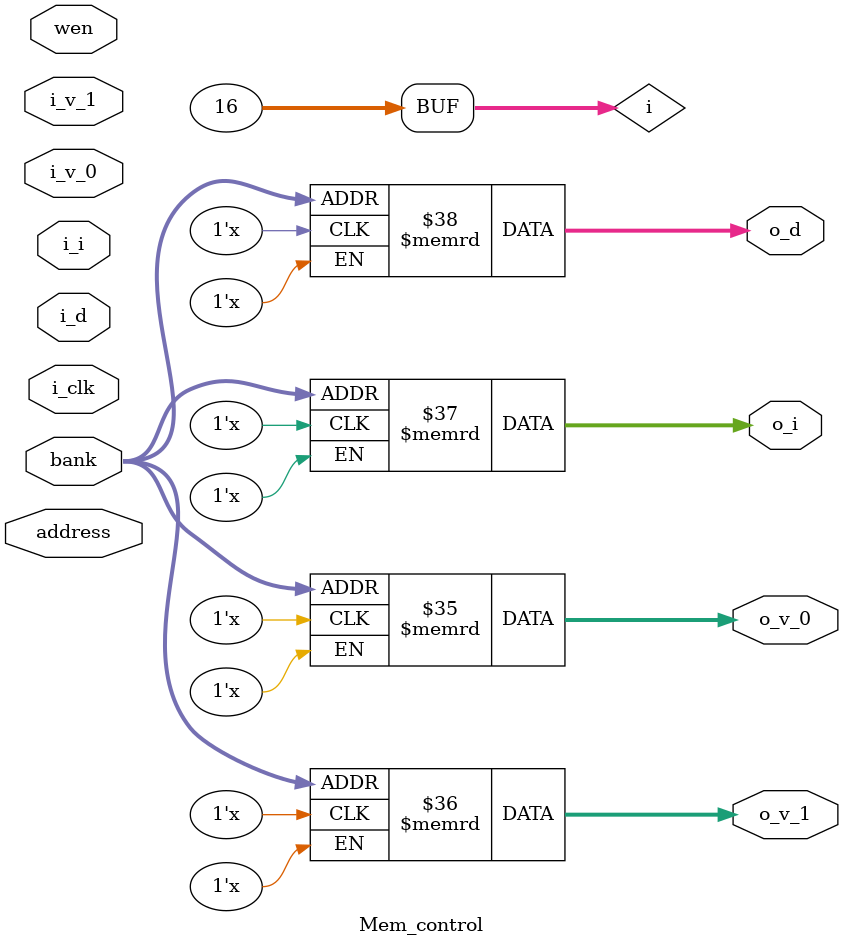
<source format=v>
module Mem_control (
    input i_clk,
    input wen,
    input [3:0] bank,
    input [8:0] address,
    // 4'b direction
    input [63:0] i_v_0,
    input [63:0] i_v_1,
    input [63:0] i_i,
    input [63:0] i_d,

    output reg [63:0] o_v_0,
    output reg [63:0] o_v_1,
    output reg [63:0] o_i,
    output reg [63:0] o_d
);
integer i;

reg [15:0] wen_bank;
reg [63:0] v_mem_out_0 [0:15], v_mem_out_1 [0:15], i_mem_out [0:15], d_mem_out [0:15];

always @(*) begin
    for (i=0; i<16; i=i+1) begin
        wen_bank[i] = wen | (bank != i[3:0]);
    end
    o_v_0 = v_mem_out_0[bank];
    o_v_1 = v_mem_out_1[bank];
    o_i = i_mem_out[bank];
    o_d = d_mem_out[bank];
end

genvar gv;
generate
    for (gv=0; gv<16; gv=gv+1) begin: V_mem_0
        sram_sp_512x64 V_mem_0(
            .CLK(i_clk),
            .CEN(1'b0),
            .WEN(wen_bank[gv]),
            .A(address),
            .D(i_v_0),
            .Q(v_mem_out_0[gv]),

            .EMA(3'b0),
            .EMAW(2'b0),
            .EMAS(1'b0),
            .TEN(1'b1),
            .BEN(1'b1),
            .TCEN(1'b1),
            .TWEN(1'b1),
            .TA(9'b0),
            .TD(64'b0),
            .TQ(64'b0),
            .RET1N(1'b1),
            .STOV(1'b0)
        );
    end
    for (gv=0; gv<16; gv=gv+1) begin: V_mem_1
        sram_sp_512x64 V_mem_1(
            .CLK(i_clk),
            .CEN(1'b0),
            .WEN(wen_bank[gv]),
            .A(address),
            .D(i_v_1),
            .Q(v_mem_out_1[gv]),

            .EMA(3'b0),
            .EMAW(2'b0),
            .EMAS(1'b0),
            .TEN(1'b1),
            .BEN(1'b1),
            .TCEN(1'b1),
            .TWEN(1'b1),
            .TA(9'b0),
            .TD(64'b0),
            .TQ(64'b0),
            .RET1N(1'b1),
            .STOV(1'b0)
        );
    end
    for (gv=0; gv<16; gv=gv+1) begin: I_mem
        sram_sp_512x64 I_mem(
            .CLK(i_clk),
            .CEN(1'b0),
            .WEN(wen_bank[gv]),
            .A(address),
            .D(i_i),
            .Q(i_mem_out[gv]),

            .EMA(3'b0),
            .EMAW(2'b0),
            .EMAS(1'b0),
            .TEN(1'b1),
            .BEN(1'b1),
            .TCEN(1'b1),
            .TWEN(1'b1),
            .TA(9'b0),
            .TD(64'b0),
            .TQ(64'b0),
            .RET1N(1'b1),
            .STOV(1'b0)
        );
    end
    for (gv=0; gv<16; gv=gv+1) begin: D_mem
        sram_sp_512x64 D_mem(
            .CLK(i_clk),
            .CEN(1'b0),
            .WEN(wen_bank[gv]),
            .A(address),
            .D(i_d),
            .Q(d_mem_out[gv]),

            .EMA(3'b0),
            .EMAW(2'b0),
            .EMAS(1'b0),
            .TEN(1'b1),
            .BEN(1'b1),
            .TCEN(1'b1),
            .TWEN(1'b1),
            .TA(9'b0),
            .TD(64'b0),
            .TQ(64'b0),
            .RET1N(1'b1),
            .STOV(1'b0)
        );
    end
endgenerate

endmodule
</source>
